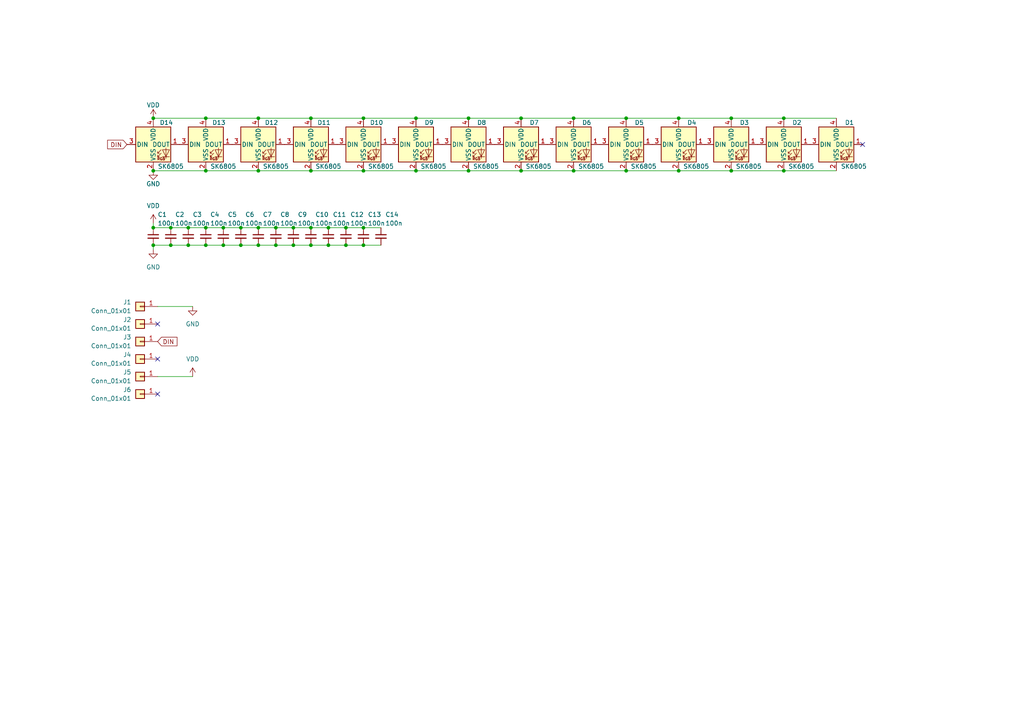
<source format=kicad_sch>
(kicad_sch (version 20230121) (generator eeschema)
  (paper "A4")
  (title_block (title "Unterland Badge Top") (date "2023-07-29") (rev "2") (company "Unterland"))
  (lib_symbols
    (symbol "Connector_Generic:Conn_01x01" (pin_names (offset 1.016) hide)
      (property "Reference" "J" (at 0 2.54 0))
      (property "Value" "Conn_01x01" (at 0 -2.54 0))
      (symbol "Conn_01x01_1_1"
        (rectangle (start -1.27 0.127) (end 0 -0.127) (stroke (width 0.1524)))
        (rectangle (start -1.27 1.27) (end 1.27 -1.27) (stroke (width 0.254)) (fill (type background)))
        (pin passive line (at -5.08 0 0) (length 3.81) (name "Pin_1") (number "1"))
      )
    )
    (symbol "Device:C_Small" (pin_numbers hide) (pin_names (offset 0.254) hide)
      (property "Reference" "C" (at 0.254 1.778 0))
      (property "Value" "C_Small" (at 0.254 -2.032 0))
      (symbol "C_Small_0_1"
        (polyline (pts (xy -1.524 -0.508) (xy 1.524 -0.508)) (stroke (width 0.3302)))
        (polyline (pts (xy -1.524 0.508) (xy 1.524 0.508)) (stroke (width 0.3048)))
      )
      (symbol "C_Small_1_1"
        (pin passive line (at 0 2.54 270) (length 2.032) (name "~") (number "1"))
        (pin passive line (at 0 -2.54 90) (length 2.032) (name "~") (number "2"))
      )
    )
    (symbol "LED:SK6805" (pin_names (offset 0.254))
      (property "Reference" "D" (at 5.08 5.715 0))
      (property "Value" "SK6805" (at 1.27 -5.715 0))
      (symbol "SK6805_0_0"
        (text "RGB" (at 2.286 -4.191 0) (effects (font (size 0.762 0.762))))
      )
      (symbol "SK6805_0_1"
        (polyline (pts (xy 1.27 -3.556) (xy 1.778 -3.556)))
        (polyline (pts (xy 1.27 -2.54) (xy 1.778 -2.54)))
        (polyline (pts (xy 4.699 -3.556) (xy 2.667 -3.556)))
        (polyline (pts (xy 2.286 -2.54) (xy 1.27 -3.556) (xy 1.27 -3.048)))
        (polyline (pts (xy 2.286 -1.524) (xy 1.27 -2.54) (xy 1.27 -2.032)))
        (polyline (pts (xy 3.683 -1.016) (xy 3.683 -3.556) (xy 3.683 -4.064)))
        (polyline (pts (xy 4.699 -1.524) (xy 2.667 -1.524) (xy 3.683 -3.556) (xy 4.699 -1.524)))
        (rectangle (start 5.08 5.08) (end -5.08 -5.08) (stroke (width 0.254)) (fill (type background)))
      )
      (symbol "SK6805_1_1"
        (pin output line (at 7.62 0 180) (length 2.54) (name "DOUT") (number "1"))
        (pin power_in line (at 0 -7.62 90) (length 2.54) (name "VSS") (number "2"))
        (pin input line (at -7.62 0 0) (length 2.54) (name "DIN") (number "3"))
        (pin power_in line (at 0 7.62 270) (length 2.54) (name "VDD") (number "4"))
      )
    )
    (symbol "power:GND" (power) (pin_names (offset 0))
      (property "Value" "GND" (at 0 -3.81 0))
      (symbol "GND_0_1"
        (polyline (pts (xy 0 0) (xy 0 -1.27) (xy 1.27 -1.27) (xy 0 -2.54) (xy -1.27 -1.27) (xy 0 -1.27)))
      )
      (symbol "GND_1_1"
        (pin power_in line (at 0 0 270) (length 0) hide (name "GND") (number "1"))
      )
    )
    (symbol "power:VDD" (power) (pin_names (offset 0))
      (property "Value" "VDD" (at 0 3.81 0))
      (symbol "VDD_0_1"
        (polyline (pts (xy -0.762 1.27) (xy 0 2.54)))
        (polyline (pts (xy 0 0) (xy 0 2.54)))
        (polyline (pts (xy 0 2.54) (xy 0.762 1.27)))
      )
      (symbol "VDD_1_1"
        (pin power_in line (at 0 0 90) (length 0) hide (name "VDD") (number "1"))
      )
    )
  )
  (junction (at 166.37 34.29))
  (junction (at 74.93 34.29))
  (junction (at 227.33 49.53))
  (junction (at 90.17 49.53))
  (junction (at 44.45 66.04))
  (junction (at 69.85 71.12))
  (junction (at 166.37 49.53))
  (junction (at 64.77 66.04))
  (junction (at 181.61 49.53))
  (junction (at 95.25 71.12))
  (junction (at 54.61 66.04))
  (junction (at 64.77 71.12))
  (junction (at 151.13 34.29))
  (junction (at 100.33 71.12))
  (junction (at 105.41 71.12))
  (junction (at 49.53 66.04))
  (junction (at 105.41 34.29))
  (junction (at 227.33 34.29))
  (junction (at 196.85 34.29))
  (junction (at 59.69 34.29))
  (junction (at 85.09 71.12))
  (junction (at 135.89 49.53))
  (junction (at 90.17 34.29))
  (junction (at 120.65 49.53))
  (junction (at 49.53 71.12))
  (junction (at 44.45 49.53))
  (junction (at 90.17 66.04))
  (junction (at 120.65 34.29))
  (junction (at 151.13 49.53))
  (junction (at 74.93 49.53))
  (junction (at 95.25 66.04))
  (junction (at 100.33 66.04))
  (junction (at 212.09 34.29))
  (junction (at 80.01 71.12))
  (junction (at 105.41 66.04))
  (junction (at 80.01 66.04))
  (junction (at 135.89 34.29))
  (junction (at 90.17 71.12))
  (junction (at 181.61 34.29))
  (junction (at 74.93 71.12))
  (junction (at 54.61 71.12))
  (junction (at 74.93 66.04))
  (junction (at 105.41 49.53))
  (junction (at 59.69 71.12))
  (junction (at 59.69 49.53))
  (junction (at 69.85 66.04))
  (junction (at 59.69 66.04))
  (junction (at 212.09 49.53))
  (junction (at 196.85 49.53))
  (junction (at 44.45 71.12))
  (junction (at 85.09 66.04))
  (junction (at 44.45 34.29))
  (no_connect (at 45.72 104.14))
  (no_connect (at 45.72 93.98))
  (no_connect (at 45.72 114.3))
  (no_connect (at 250.19 41.91))
  (wire (pts (xy 181.61 34.29) (xy 196.85 34.29)))
  (wire (pts (xy 196.85 49.53) (xy 212.09 49.53)))
  (wire (pts (xy 166.37 34.29) (xy 181.61 34.29)))
  (wire (pts (xy 135.89 49.53) (xy 151.13 49.53)))
  (wire (pts (xy 105.41 71.12) (xy 110.49 71.12)))
  (wire (pts (xy 105.41 49.53) (xy 120.65 49.53)))
  (wire (pts (xy 212.09 49.53) (xy 227.33 49.53)))
  (wire (pts (xy 45.72 88.9) (xy 55.88 88.9)))
  (wire (pts (xy 120.65 34.29) (xy 135.89 34.29)))
  (wire (pts (xy 95.25 66.04) (xy 100.33 66.04)))
  (wire (pts (xy 49.53 71.12) (xy 54.61 71.12)))
  (wire (pts (xy 74.93 71.12) (xy 80.01 71.12)))
  (wire (pts (xy 90.17 66.04) (xy 95.25 66.04)))
  (wire (pts (xy 90.17 71.12) (xy 95.25 71.12)))
  (wire (pts (xy 85.09 71.12) (xy 90.17 71.12)))
  (wire (pts (xy 44.45 66.04) (xy 49.53 66.04)))
  (wire (pts (xy 120.65 49.53) (xy 135.89 49.53)))
  (wire (pts (xy 44.45 64.77) (xy 44.45 66.04)))
  (wire (pts (xy 74.93 49.53) (xy 90.17 49.53)))
  (wire (pts (xy 54.61 66.04) (xy 59.69 66.04)))
  (wire (pts (xy 95.25 71.12) (xy 100.33 71.12)))
  (wire (pts (xy 212.09 34.29) (xy 227.33 34.29)))
  (wire (pts (xy 44.45 49.53) (xy 59.69 49.53)))
  (wire (pts (xy 151.13 49.53) (xy 166.37 49.53)))
  (wire (pts (xy 74.93 34.29) (xy 90.17 34.29)))
  (wire (pts (xy 227.33 34.29) (xy 242.57 34.29)))
  (wire (pts (xy 166.37 49.53) (xy 181.61 49.53)))
  (wire (pts (xy 44.45 34.29) (xy 59.69 34.29)))
  (wire (pts (xy 100.33 71.12) (xy 105.41 71.12)))
  (wire (pts (xy 64.77 71.12) (xy 69.85 71.12)))
  (wire (pts (xy 135.89 34.29) (xy 151.13 34.29)))
  (wire (pts (xy 54.61 71.12) (xy 59.69 71.12)))
  (wire (pts (xy 100.33 66.04) (xy 105.41 66.04)))
  (wire (pts (xy 69.85 71.12) (xy 74.93 71.12)))
  (wire (pts (xy 59.69 66.04) (xy 64.77 66.04)))
  (wire (pts (xy 44.45 71.12) (xy 49.53 71.12)))
  (wire (pts (xy 59.69 71.12) (xy 64.77 71.12)))
  (wire (pts (xy 90.17 49.53) (xy 105.41 49.53)))
  (wire (pts (xy 74.93 66.04) (xy 80.01 66.04)))
  (wire (pts (xy 151.13 34.29) (xy 166.37 34.29)))
  (wire (pts (xy 59.69 49.53) (xy 74.93 49.53)))
  (wire (pts (xy 69.85 66.04) (xy 74.93 66.04)))
  (wire (pts (xy 49.53 66.04) (xy 54.61 66.04)))
  (wire (pts (xy 105.41 34.29) (xy 120.65 34.29)))
  (wire (pts (xy 105.41 66.04) (xy 110.49 66.04)))
  (wire (pts (xy 64.77 66.04) (xy 69.85 66.04)))
  (wire (pts (xy 80.01 71.12) (xy 85.09 71.12)))
  (wire (pts (xy 80.01 66.04) (xy 85.09 66.04)))
  (wire (pts (xy 59.69 34.29) (xy 74.93 34.29)))
  (wire (pts (xy 90.17 34.29) (xy 105.41 34.29)))
  (wire (pts (xy 181.61 49.53) (xy 196.85 49.53)))
  (wire (pts (xy 196.85 34.29) (xy 212.09 34.29)))
  (wire (pts (xy 44.45 71.12) (xy 44.45 72.39)))
  (wire (pts (xy 85.09 66.04) (xy 90.17 66.04)))
  (wire (pts (xy 45.72 109.22) (xy 55.88 109.22)))
  (wire (pts (xy 227.33 49.53) (xy 242.57 49.53)))
  (global_label "DIN" (shape input) (at 45.72 99.06 0) (property "Intersheetrefs" "${INTERSHEET_REFS}" (effects hide)))
  (global_label "DIN" (shape input) (at 36.83 41.91 180) (property "Intersheetrefs" "${INTERSHEET_REFS}" (effects hide)))
  (symbol (lib_id "LED:SK6805") (at 105.41 41.91 0) (unit 1)
    (property "Reference" "D10" (at 109.22 35.56 0))
    (property "Value" "SK6805" (at 110.49 48.26 0))
    (property "Footprint" "SK6805SIDE-G-001:SK6805SIDE-G-001" (effects hide))
    (property "Datasheet" "https://cdn-shop.adafruit.com/product-files/3484/3484_Datasheet.pdf" (effects hide))
    (property "LCSC" "C2909060" (effects hide))
  )
  (symbol (lib_id "LED:SK6805") (at 166.37 41.91 0) (unit 1)
    (property "Reference" "D6" (at 170.18 35.56 0))
    (property "Value" "SK6805" (at 171.45 48.26 0))
    (property "Footprint" "SK6805SIDE-G-001:SK6805SIDE-G-001" (effects hide))
    (property "Datasheet" "https://cdn-shop.adafruit.com/product-files/3484/3484_Datasheet.pdf" (effects hide))
    (property "LCSC" "C2909060" (effects hide))
  )
  (symbol (lib_id "LED:SK6805") (at 120.65 41.91 0) (unit 1)
    (property "Reference" "D9" (at 124.46 35.56 0))
    (property "Value" "SK6805" (at 125.73 48.26 0))
    (property "Footprint" "SK6805SIDE-G-001:SK6805SIDE-G-001" (effects hide))
    (property "Datasheet" "https://cdn-shop.adafruit.com/product-files/3484/3484_Datasheet.pdf" (effects hide))
    (property "LCSC" "C2909060" (effects hide))
  )
  (symbol (lib_id "LED:SK6805") (at 135.89 41.91 0) (unit 1)
    (property "Reference" "D8" (at 139.7 35.56 0))
    (property "Value" "SK6805" (at 140.97 48.26 0))
    (property "Footprint" "SK6805SIDE-G-001:SK6805SIDE-G-001" (effects hide))
    (property "Datasheet" "https://cdn-shop.adafruit.com/product-files/3484/3484_Datasheet.pdf" (effects hide))
    (property "LCSC" "C2909060" (effects hide))
  )
  (symbol (lib_id "LED:SK6805") (at 242.57 41.91 0) (unit 1)
    (property "Reference" "D1" (at 246.38 35.56 0))
    (property "Value" "SK6805" (at 247.65 48.26 0))
    (property "Footprint" "SK6805SIDE-G-001:SK6805SIDE-G-001" (effects hide))
    (property "Datasheet" "https://cdn-shop.adafruit.com/product-files/3484/3484_Datasheet.pdf" (effects hide))
    (property "LCSC" "C2909060" (effects hide))
  )
  (symbol (lib_id "power:GND") (at 55.88 88.9 0) (unit 1)
    (property "Reference" "#PWR02" (effects hide))
    (property "Value" "GND" (at 55.88 93.98 0))
  )
  (symbol (lib_id "Connector_Generic:Conn_01x01") (at 40.64 109.22 0) (mirror y) (unit 1)
    (property "Reference" "J5" (at 38.1 107.95 0) (effects (justify left)))
    (property "Value" "Conn_01x01" (at 38.1 110.49 0) (effects (justify left)))
    (property "Footprint" "Mounting_Wuerth:Mounting_Wuerth_WA-SMSI-M2_H7mm_9774070243" (effects hide))
    (property "LCSC" "C2916355" (effects hide))
  )
  (symbol (lib_id "Device:C_Small") (at 49.53 68.58 0) (unit 1)
    (property "Reference" "C2" (at 50.8 62.23 0) (effects (justify left)))
    (property "Value" "100n" (at 50.8 64.77 0) (effects (justify left)))
    (property "Footprint" "Capacitor_SMD:C_0402_1005Metric" (effects hide))
    (property "LCSC" "C1525" (effects hide))
  )
  (symbol (lib_id "LED:SK6805") (at 151.13 41.91 0) (unit 1)
    (property "Reference" "D7" (at 154.94 35.56 0))
    (property "Value" "SK6805" (at 156.21 48.26 0))
    (property "Footprint" "SK6805SIDE-G-001:SK6805SIDE-G-001" (effects hide))
    (property "Datasheet" "https://cdn-shop.adafruit.com/product-files/3484/3484_Datasheet.pdf" (effects hide))
    (property "LCSC" "C2909060" (effects hide))
  )
  (symbol (lib_id "Device:C_Small") (at 100.33 68.58 0) (unit 1)
    (property "Reference" "C12" (at 101.6 62.23 0) (effects (justify left)))
    (property "Value" "100n" (at 101.6 64.77 0) (effects (justify left)))
    (property "Footprint" "Capacitor_SMD:C_0402_1005Metric" (effects hide))
    (property "LCSC" "C1525" (effects hide))
  )
  (symbol (lib_id "power:VDD") (at 44.45 34.29 0) (unit 1)
    (property "Reference" "#PWR01" (effects hide))
    (property "Value" "VDD" (at 44.45 30.48 0))
  )
  (symbol (lib_id "Connector_Generic:Conn_01x01") (at 40.64 99.06 0) (mirror y) (unit 1)
    (property "Reference" "J3" (at 38.1 97.79 0) (effects (justify left)))
    (property "Value" "Conn_01x01" (at 38.1 100.33 0) (effects (justify left)))
    (property "Footprint" "Mounting_Wuerth:Mounting_Wuerth_WA-SMSI-M2_H7mm_9774070243" (effects hide))
    (property "LCSC" "C2916355" (effects hide))
  )
  (symbol (lib_id "LED:SK6805") (at 74.93 41.91 0) (unit 1)
    (property "Reference" "D12" (at 78.74 35.56 0))
    (property "Value" "SK6805" (at 80.01 48.26 0))
    (property "Footprint" "SK6805SIDE-G-001:SK6805SIDE-G-001" (effects hide))
    (property "Datasheet" "https://cdn-shop.adafruit.com/product-files/3484/3484_Datasheet.pdf" (effects hide))
    (property "LCSC" "C2909060" (effects hide))
  )
  (symbol (lib_id "Connector_Generic:Conn_01x01") (at 40.64 114.3 0) (mirror y) (unit 1)
    (property "Reference" "J6" (at 38.1 113.03 0) (effects (justify left)))
    (property "Value" "Conn_01x01" (at 38.1 115.57 0) (effects (justify left)))
    (property "Footprint" "Mounting_Wuerth:Mounting_Wuerth_WA-SMSI-M2_H7mm_9774070243" (effects hide))
    (property "LCSC" "C2916355" (effects hide))
  )
  (symbol (lib_id "Device:C_Small") (at 95.25 68.58 0) (unit 1)
    (property "Reference" "C11" (at 96.52 62.23 0) (effects (justify left)))
    (property "Value" "100n" (at 96.52 64.77 0) (effects (justify left)))
    (property "Footprint" "Capacitor_SMD:C_0402_1005Metric" (effects hide))
    (property "LCSC" "C1525" (effects hide))
  )
  (symbol (lib_id "LED:SK6805") (at 181.61 41.91 0) (unit 1)
    (property "Reference" "D5" (at 185.42 35.56 0))
    (property "Value" "SK6805" (at 186.69 48.26 0))
    (property "Footprint" "SK6805SIDE-G-001:SK6805SIDE-G-001" (effects hide))
    (property "Datasheet" "https://cdn-shop.adafruit.com/product-files/3484/3484_Datasheet.pdf" (effects hide))
    (property "LCSC" "C2909060" (effects hide))
  )
  (symbol (lib_id "Device:C_Small") (at 44.45 68.58 0) (unit 1)
    (property "Reference" "C1" (at 45.72 62.23 0) (effects (justify left)))
    (property "Value" "100n" (at 45.72 64.77 0) (effects (justify left)))
    (property "Footprint" "Capacitor_SMD:C_0402_1005Metric" (effects hide))
    (property "LCSC" "C1525" (effects hide))
  )
  (symbol (lib_id "LED:SK6805") (at 212.09 41.91 0) (unit 1)
    (property "Reference" "D3" (at 215.9 35.56 0))
    (property "Value" "SK6805" (at 217.17 48.26 0))
    (property "Footprint" "SK6805SIDE-G-001:SK6805SIDE-G-001" (effects hide))
    (property "Datasheet" "https://cdn-shop.adafruit.com/product-files/3484/3484_Datasheet.pdf" (effects hide))
    (property "LCSC" "C2909060" (effects hide))
  )
  (symbol (lib_id "Device:C_Small") (at 90.17 68.58 0) (unit 1)
    (property "Reference" "C10" (at 91.44 62.23 0) (effects (justify left)))
    (property "Value" "100n" (at 91.44 64.77 0) (effects (justify left)))
    (property "Footprint" "Capacitor_SMD:C_0402_1005Metric" (effects hide))
    (property "LCSC" "C1525" (effects hide))
  )
  (symbol (lib_id "Connector_Generic:Conn_01x01") (at 40.64 93.98 0) (mirror y) (unit 1)
    (property "Reference" "J2" (at 38.1 92.71 0) (effects (justify left)))
    (property "Value" "Conn_01x01" (at 38.1 95.25 0) (effects (justify left)))
    (property "Footprint" "Mounting_Wuerth:Mounting_Wuerth_WA-SMSI-M2_H7mm_9774070243" (effects hide))
    (property "LCSC" "C2916355" (effects hide))
  )
  (symbol (lib_id "LED:SK6805") (at 227.33 41.91 0) (unit 1)
    (property "Reference" "D2" (at 231.14 35.56 0))
    (property "Value" "SK6805" (at 232.41 48.26 0))
    (property "Footprint" "SK6805SIDE-G-001:SK6805SIDE-G-001" (effects hide))
    (property "Datasheet" "https://cdn-shop.adafruit.com/product-files/3484/3484_Datasheet.pdf" (effects hide))
    (property "LCSC" "C2909060" (effects hide))
  )
  (symbol (lib_id "Device:C_Small") (at 105.41 68.58 0) (unit 1)
    (property "Reference" "C13" (at 106.68 62.23 0) (effects (justify left)))
    (property "Value" "100n" (at 106.68 64.77 0) (effects (justify left)))
    (property "Footprint" "Capacitor_SMD:C_0402_1005Metric" (effects hide))
    (property "LCSC" "C1525" (effects hide))
  )
  (symbol (lib_id "LED:SK6805") (at 196.85 41.91 0) (unit 1)
    (property "Reference" "D4" (at 200.66 35.56 0))
    (property "Value" "SK6805" (at 201.93 48.26 0))
    (property "Footprint" "SK6805SIDE-G-001:SK6805SIDE-G-001" (effects hide))
    (property "Datasheet" "https://cdn-shop.adafruit.com/product-files/3484/3484_Datasheet.pdf" (effects hide))
    (property "LCSC" "C2909060" (effects hide))
  )
  (symbol (lib_id "power:VDD") (at 44.45 64.77 0) (unit 1)
    (property "Reference" "#PWR09" (effects hide))
    (property "Value" "VDD" (at 44.45 59.69 0))
  )
  (symbol (lib_id "LED:SK6805") (at 59.69 41.91 0) (unit 1)
    (property "Reference" "D13" (at 63.5 35.56 0))
    (property "Value" "SK6805" (at 64.77 48.26 0))
    (property "Footprint" "SK6805SIDE-G-001:SK6805SIDE-G-001" (effects hide))
    (property "Datasheet" "https://cdn-shop.adafruit.com/product-files/3484/3484_Datasheet.pdf" (effects hide))
    (property "LCSC" "C2909060" (effects hide))
  )
  (symbol (lib_id "Device:C_Small") (at 64.77 68.58 0) (unit 1)
    (property "Reference" "C5" (at 66.04 62.23 0) (effects (justify left)))
    (property "Value" "100n" (at 66.04 64.77 0) (effects (justify left)))
    (property "Footprint" "Capacitor_SMD:C_0402_1005Metric" (effects hide))
    (property "LCSC" "C1525" (effects hide))
  )
  (symbol (lib_id "Device:C_Small") (at 110.49 68.58 0) (unit 1)
    (property "Reference" "C14" (at 111.76 62.23 0) (effects (justify left)))
    (property "Value" "100n" (at 111.76 64.77 0) (effects (justify left)))
    (property "Footprint" "Capacitor_SMD:C_0402_1005Metric" (effects hide))
    (property "LCSC" "C1525" (effects hide))
  )
  (symbol (lib_id "Device:C_Small") (at 74.93 68.58 0) (unit 1)
    (property "Reference" "C7" (at 76.2 62.23 0) (effects (justify left)))
    (property "Value" "100n" (at 76.2 64.77 0) (effects (justify left)))
    (property "Footprint" "Capacitor_SMD:C_0402_1005Metric" (effects hide))
    (property "LCSC" "C1525" (effects hide))
  )
  (symbol (lib_id "power:GND") (at 44.45 72.39 0) (unit 1)
    (property "Reference" "#PWR08" (effects hide))
    (property "Value" "GND" (at 44.45 77.47 0))
  )
  (symbol (lib_id "LED:SK6805") (at 90.17 41.91 0) (unit 1)
    (property "Reference" "D11" (at 93.98 35.56 0))
    (property "Value" "SK6805" (at 95.25 48.26 0))
    (property "Footprint" "SK6805SIDE-G-001:SK6805SIDE-G-001" (effects hide))
    (property "Datasheet" "https://cdn-shop.adafruit.com/product-files/3484/3484_Datasheet.pdf" (effects hide))
    (property "LCSC" "C2909060" (effects hide))
  )
  (symbol (lib_id "power:VDD") (at 55.88 109.22 0) (unit 1)
    (property "Reference" "#PWR03" (effects hide))
    (property "Value" "VDD" (at 55.88 104.14 0))
  )
  (symbol (lib_id "Device:C_Small") (at 80.01 68.58 0) (unit 1)
    (property "Reference" "C8" (at 81.28 62.23 0) (effects (justify left)))
    (property "Value" "100n" (at 81.28 64.77 0) (effects (justify left)))
    (property "Footprint" "Capacitor_SMD:C_0402_1005Metric" (effects hide))
    (property "LCSC" "C1525" (effects hide))
  )
  (symbol (lib_id "Connector_Generic:Conn_01x01") (at 40.64 88.9 0) (mirror y) (unit 1)
    (property "Reference" "J1" (at 38.1 87.63 0) (effects (justify left)))
    (property "Value" "Conn_01x01" (at 38.1 90.17 0) (effects (justify left)))
    (property "Footprint" "Mounting_Wuerth:Mounting_Wuerth_WA-SMSI-M2_H7mm_9774070243" (effects hide))
    (property "LCSC" "C2916355" (effects hide))
  )
  (symbol (lib_id "Device:C_Small") (at 85.09 68.58 0) (unit 1)
    (property "Reference" "C9" (at 86.36 62.23 0) (effects (justify left)))
    (property "Value" "100n" (at 86.36 64.77 0) (effects (justify left)))
    (property "Footprint" "Capacitor_SMD:C_0402_1005Metric" (effects hide))
    (property "LCSC" "C1525" (effects hide))
  )
  (symbol (lib_id "Device:C_Small") (at 59.69 68.58 0) (unit 1)
    (property "Reference" "C4" (at 60.96 62.23 0) (effects (justify left)))
    (property "Value" "100n" (at 60.96 64.77 0) (effects (justify left)))
    (property "Footprint" "Capacitor_SMD:C_0402_1005Metric" (effects hide))
    (property "LCSC" "C1525" (effects hide))
  )
  (symbol (lib_id "power:GND") (at 44.45 49.53 0) (unit 1)
    (property "Reference" "#PWR06" (effects hide))
    (property "Value" "GND" (at 44.45 53.34 0))
  )
  (symbol (lib_id "Connector_Generic:Conn_01x01") (at 40.64 104.14 0) (mirror y) (unit 1)
    (property "Reference" "J4" (at 38.1 102.87 0) (effects (justify left)))
    (property "Value" "Conn_01x01" (at 38.1 105.41 0) (effects (justify left)))
    (property "Footprint" "Mounting_Wuerth:Mounting_Wuerth_WA-SMSI-M2_H7mm_9774070243" (effects hide))
    (property "LCSC" "C2916355" (effects hide))
  )
  (symbol (lib_id "Device:C_Small") (at 54.61 68.58 0) (unit 1)
    (property "Reference" "C3" (at 55.88 62.23 0) (effects (justify left)))
    (property "Value" "100n" (at 55.88 64.77 0) (effects (justify left)))
    (property "Footprint" "Capacitor_SMD:C_0402_1005Metric" (effects hide))
    (property "LCSC" "C1525" (effects hide))
  )
  (symbol (lib_id "Device:C_Small") (at 69.85 68.58 0) (unit 1)
    (property "Reference" "C6" (at 71.12 62.23 0) (effects (justify left)))
    (property "Value" "100n" (at 71.12 64.77 0) (effects (justify left)))
    (property "Footprint" "Capacitor_SMD:C_0402_1005Metric" (effects hide))
    (property "LCSC" "C1525" (effects hide))
  )
  (symbol (lib_id "LED:SK6805") (at 44.45 41.91 0) (unit 1)
    (property "Reference" "D14" (at 48.26 35.56 0))
    (property "Value" "SK6805" (at 49.53 48.26 0))
    (property "Footprint" "SK6805SIDE-G-001:SK6805SIDE-G-001" (effects hide))
    (property "Datasheet" "https://cdn-shop.adafruit.com/product-files/3484/3484_Datasheet.pdf" (effects hide))
    (property "LCSC" "C2909060" (effects hide))
  )
)
</source>
